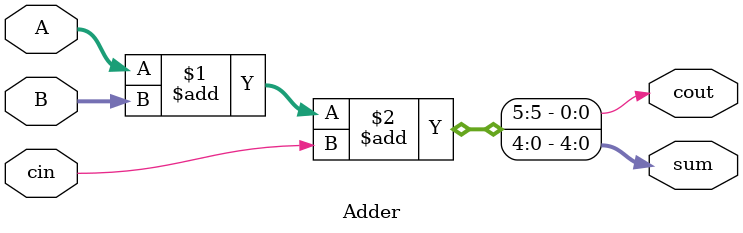
<source format=sv>
`default_nettype none
module Decoder
  (input  logic en,
   input  logic [2:0] I,
   output logic [7:0] D);

  always_comb begin
    unique case (I)
      3'b000: D = 8'b00000001;
      3'b001: D = 8'b00000010;
      3'b010: D = 8'b00000100;
      3'b011: D = 8'b00001000;
      3'b100: D = 8'b00010000;
      3'b101: D = 8'b00100000;
      3'b110: D = 8'b01000000;
      3'b111: D = 8'b10000000;
    endcase
    D = en ? D : 0;
  end

endmodule : Decoder

module BarrelShifter
  (input  logic [15:0] v,
   input  logic [3:0] by,
   output logic [15:0] s);

  always_comb begin
    s = by[3] ? v << 8 : v;
    s = by[2] ? s << 4 : s;
    s = by[1] ? s << 2 : s;
    s = by[0] ? s << 1 : s;
  end

endmodule : BarrelShifter

module Multiplexer
  (input  logic [7:0] I,
   input  logic [2:0] s,
   output logic Y);

  always_comb 
    case (s)
      3'b000: Y = I[0];
      3'b001: Y = I[1];
      3'b010: Y = I[2];
      3'b011: Y = I[3];
      3'b100: Y = I[4];
      3'b101: Y = I[5];
      3'b110: Y = I[6];
      3'b111: Y = I[7];
    endcase
    
endmodule: Multiplexer

module Mux2to1
  (input  logic [6:0] I0,
   input  logic [6:0] I1,
   input  logic S,
   output logic [6:0] Y);

  always_comb
    case (S)
      0: Y = I0;
      1: Y = I1;
    endcase

endmodule : Mux2to1

module MagComparator
  (input  logic [7:0] A,
   input  logic [7:0] B,
   output logic AltB,
   output logic AeqB,
   output logic AgtB);

   assign AltB = A < B;
   assign AgtB = A > B;
   assign AeqB = A == B;

endmodule : MagComparator

module Comparator
  (input  logic [3:0] A,
   input  logic [3:0] B,
   output logic AeqB);

   assign AeqB = A == B;

endmodule : Comparator

module Adder
  (input logic [4:0] A,
   input logic [4:0] B,
   input logic cin,
   output logic cout,
   output logic [4:0] sum);

  assign {cout, sum} = A + B + cin;
endmodule : Adder

</source>
